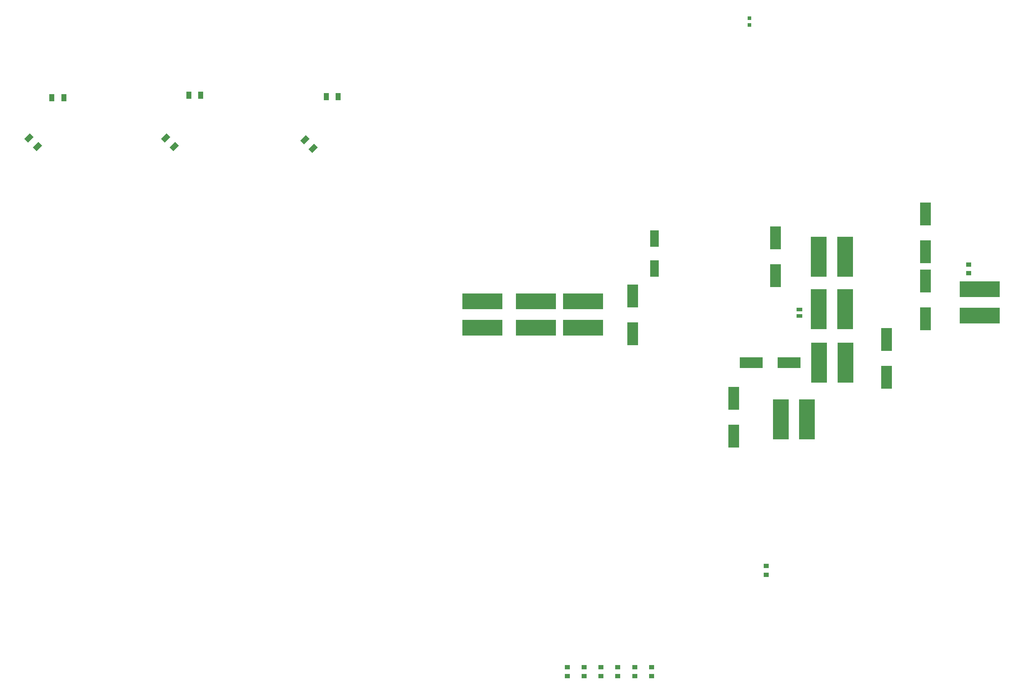
<source format=gbr>
%TF.GenerationSoftware,Altium Limited,Altium Designer,21.6.4 (81)*%
G04 Layer_Color=8421504*
%FSLAX43Y43*%
%MOMM*%
%TF.SameCoordinates,76D5CAF9-2094-4FD7-9A7B-915B2AFADFAF*%
%TF.FilePolarity,Positive*%
%TF.FileFunction,Paste,Top*%
%TF.Part,Single*%
G01*
G75*
%TA.AperFunction,SMDPad,CuDef*%
%ADD17R,2.500X5.500*%
%ADD18R,5.500X2.500*%
%ADD19R,3.750X9.500*%
%ADD20R,9.500X3.750*%
%ADD21R,1.200X1.100*%
%ADD22R,1.350X0.950*%
%ADD23R,2.000X4.000*%
%ADD24R,0.900X0.850*%
G04:AMPARAMS|DCode=25|XSize=1.8mm|YSize=1.3mm|CornerRadius=0mm|HoleSize=0mm|Usage=FLASHONLY|Rotation=45.000|XOffset=0mm|YOffset=0mm|HoleType=Round|Shape=Rectangle|*
%AMROTATEDRECTD25*
4,1,4,-0.177,-1.096,-1.096,-0.177,0.177,1.096,1.096,0.177,-0.177,-1.096,0.0*
%
%ADD25ROTATEDRECTD25*%

%ADD26R,1.300X1.800*%
D17*
X250000Y112500D02*
D03*
Y103500D02*
D03*
X180575Y84050D02*
D03*
Y93050D02*
D03*
X204525Y68775D02*
D03*
Y59775D02*
D03*
X240775Y73725D02*
D03*
Y82725D02*
D03*
X214450Y97825D02*
D03*
Y106825D02*
D03*
X250000Y96625D02*
D03*
Y87625D02*
D03*
D18*
X208625Y77175D02*
D03*
X217625D02*
D03*
D19*
X231025Y77175D02*
D03*
X224775D02*
D03*
X230900Y102350D02*
D03*
X224650D02*
D03*
X224650Y89883D02*
D03*
X230900D02*
D03*
X215650Y63725D02*
D03*
X221900D02*
D03*
D20*
X262800Y94650D02*
D03*
Y88400D02*
D03*
X144872Y85525D02*
D03*
Y91775D02*
D03*
X157565Y85525D02*
D03*
Y91775D02*
D03*
X168750Y85525D02*
D03*
Y91775D02*
D03*
D21*
X260200Y98418D02*
D03*
Y100518D02*
D03*
X212225Y26825D02*
D03*
Y28925D02*
D03*
X169021Y4871D02*
D03*
Y2771D02*
D03*
X173021Y4871D02*
D03*
Y2771D02*
D03*
X165021D02*
D03*
X177021D02*
D03*
X181021D02*
D03*
X185021D02*
D03*
X165021Y4871D02*
D03*
X177021D02*
D03*
X181021D02*
D03*
X185021D02*
D03*
D22*
X220100Y88325D02*
D03*
Y89825D02*
D03*
D23*
X185750Y106675D02*
D03*
Y99575D02*
D03*
D24*
X208246Y158967D02*
D03*
Y157417D02*
D03*
D25*
X37392Y130508D02*
D03*
X39408Y128492D02*
D03*
X71808D02*
D03*
X69792Y130508D02*
D03*
X102792Y130108D02*
D03*
X104808Y128092D02*
D03*
D26*
X75275Y140700D02*
D03*
X78125D02*
D03*
X107875Y140400D02*
D03*
X110725D02*
D03*
X42825Y140100D02*
D03*
X45675D02*
D03*
%TF.MD5,9f9df52619c7d51f73451bc1cae1435b*%
M02*

</source>
